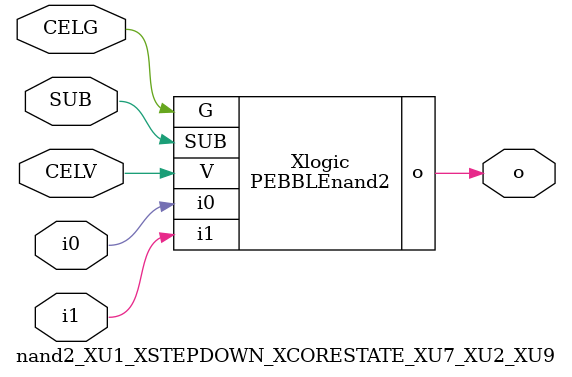
<source format=v>



module PEBBLEnand2 ( o, G, SUB, V, i0, i1 );

  input i0;
  input V;
  input i1;
  input G;
  output o;
  input SUB;
endmodule

//Celera Confidential Do Not Copy nand2_XU1_XSTEPDOWN_XCORESTATE_XU7_XU2_XU9
//Celera Confidential Symbol Generator
//5V NAND2
module nand2_XU1_XSTEPDOWN_XCORESTATE_XU7_XU2_XU9 (CELV,CELG,i0,i1,o,SUB);
input CELV;
input CELG;
input i0;
input i1;
input SUB;
output o;

//Celera Confidential Do Not Copy nand2
PEBBLEnand2 Xlogic(
.V (CELV),
.i0 (i0),
.i1 (i1),
.o (o),
.SUB (SUB),
.G (CELG)
);
//,diesize,PEBBLEnand2

//Celera Confidential Do Not Copy Module End
//Celera Schematic Generator
endmodule

</source>
